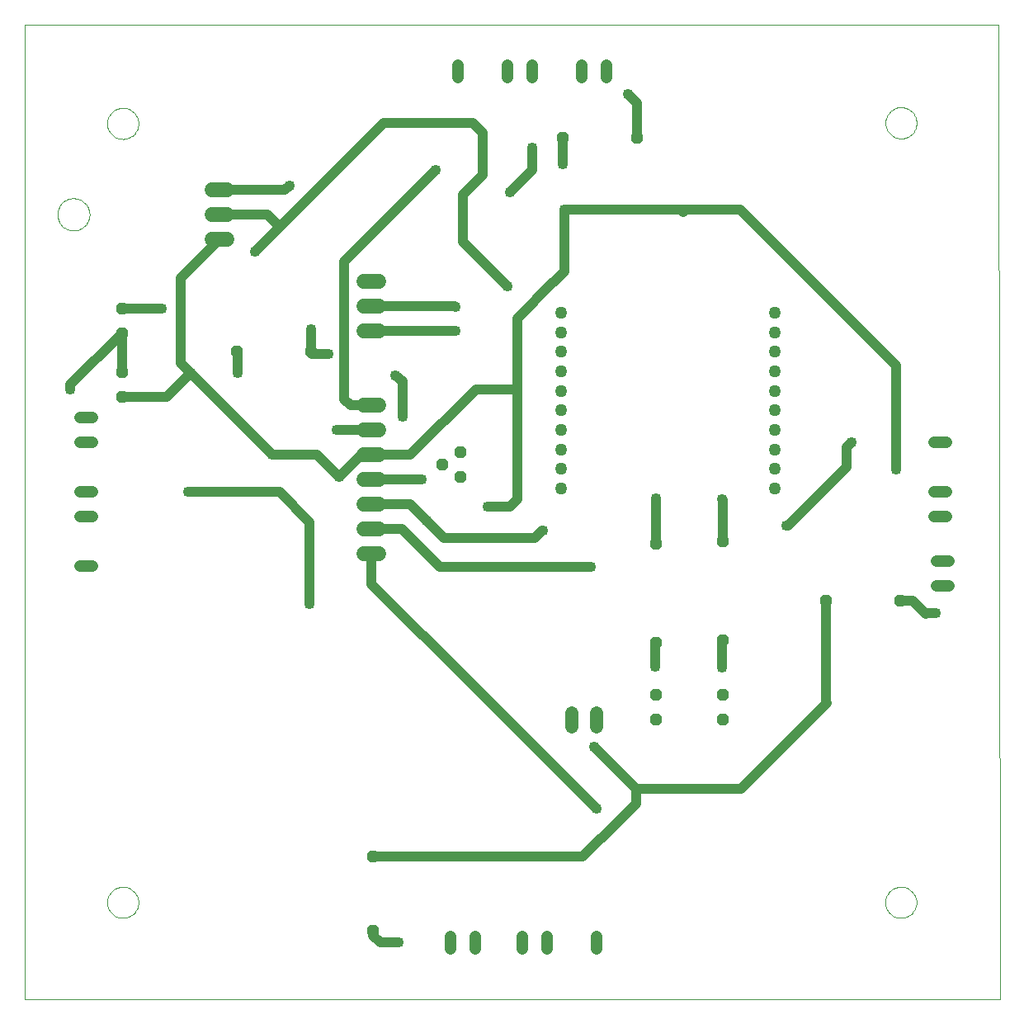
<source format=gtl>
G75*
%MOIN*%
%OFA0B0*%
%FSLAX24Y24*%
%IPPOS*%
%LPD*%
%AMOC8*
5,1,8,0,0,1.08239X$1,22.5*
%
%ADD10C,0.0000*%
%ADD11C,0.0480*%
%ADD12C,0.0540*%
%ADD13OC8,0.0480*%
%ADD14C,0.0600*%
%ADD15C,0.0500*%
%ADD16R,0.0356X0.0356*%
%ADD17C,0.0400*%
D10*
X000100Y000100D02*
X000100Y039496D01*
X039464Y039496D01*
X039503Y000100D01*
X000100Y000100D01*
X003445Y004029D02*
X003447Y004079D01*
X003453Y004129D01*
X003463Y004178D01*
X003477Y004226D01*
X003494Y004273D01*
X003515Y004318D01*
X003540Y004362D01*
X003568Y004403D01*
X003600Y004442D01*
X003634Y004479D01*
X003671Y004513D01*
X003711Y004543D01*
X003753Y004570D01*
X003797Y004594D01*
X003843Y004615D01*
X003890Y004631D01*
X003938Y004644D01*
X003988Y004653D01*
X004037Y004658D01*
X004088Y004659D01*
X004138Y004656D01*
X004187Y004649D01*
X004236Y004638D01*
X004284Y004623D01*
X004330Y004605D01*
X004375Y004583D01*
X004418Y004557D01*
X004459Y004528D01*
X004498Y004496D01*
X004534Y004461D01*
X004566Y004423D01*
X004596Y004383D01*
X004623Y004340D01*
X004646Y004296D01*
X004665Y004250D01*
X004681Y004202D01*
X004693Y004153D01*
X004701Y004104D01*
X004705Y004054D01*
X004705Y004004D01*
X004701Y003954D01*
X004693Y003905D01*
X004681Y003856D01*
X004665Y003808D01*
X004646Y003762D01*
X004623Y003718D01*
X004596Y003675D01*
X004566Y003635D01*
X004534Y003597D01*
X004498Y003562D01*
X004459Y003530D01*
X004418Y003501D01*
X004375Y003475D01*
X004330Y003453D01*
X004284Y003435D01*
X004236Y003420D01*
X004187Y003409D01*
X004138Y003402D01*
X004088Y003399D01*
X004037Y003400D01*
X003988Y003405D01*
X003938Y003414D01*
X003890Y003427D01*
X003843Y003443D01*
X003797Y003464D01*
X003753Y003488D01*
X003711Y003515D01*
X003671Y003545D01*
X003634Y003579D01*
X003600Y003616D01*
X003568Y003655D01*
X003540Y003696D01*
X003515Y003740D01*
X003494Y003785D01*
X003477Y003832D01*
X003463Y003880D01*
X003453Y003929D01*
X003447Y003979D01*
X003445Y004029D01*
X001435Y031818D02*
X001437Y031868D01*
X001443Y031918D01*
X001453Y031968D01*
X001466Y032016D01*
X001483Y032064D01*
X001504Y032110D01*
X001528Y032154D01*
X001556Y032196D01*
X001587Y032236D01*
X001621Y032273D01*
X001658Y032308D01*
X001697Y032339D01*
X001738Y032368D01*
X001782Y032393D01*
X001828Y032415D01*
X001875Y032433D01*
X001923Y032447D01*
X001972Y032458D01*
X002022Y032465D01*
X002072Y032468D01*
X002123Y032467D01*
X002173Y032462D01*
X002223Y032453D01*
X002271Y032441D01*
X002319Y032424D01*
X002365Y032404D01*
X002410Y032381D01*
X002453Y032354D01*
X002493Y032324D01*
X002531Y032291D01*
X002566Y032255D01*
X002599Y032216D01*
X002628Y032175D01*
X002654Y032132D01*
X002677Y032087D01*
X002696Y032040D01*
X002711Y031992D01*
X002723Y031943D01*
X002731Y031893D01*
X002735Y031843D01*
X002735Y031793D01*
X002731Y031743D01*
X002723Y031693D01*
X002711Y031644D01*
X002696Y031596D01*
X002677Y031549D01*
X002654Y031504D01*
X002628Y031461D01*
X002599Y031420D01*
X002566Y031381D01*
X002531Y031345D01*
X002493Y031312D01*
X002453Y031282D01*
X002410Y031255D01*
X002365Y031232D01*
X002319Y031212D01*
X002271Y031195D01*
X002223Y031183D01*
X002173Y031174D01*
X002123Y031169D01*
X002072Y031168D01*
X002022Y031171D01*
X001972Y031178D01*
X001923Y031189D01*
X001875Y031203D01*
X001828Y031221D01*
X001782Y031243D01*
X001738Y031268D01*
X001697Y031297D01*
X001658Y031328D01*
X001621Y031363D01*
X001587Y031400D01*
X001556Y031440D01*
X001528Y031482D01*
X001504Y031526D01*
X001483Y031572D01*
X001466Y031620D01*
X001453Y031668D01*
X001443Y031718D01*
X001437Y031768D01*
X001435Y031818D01*
X003446Y035494D02*
X003448Y035544D01*
X003454Y035594D01*
X003464Y035643D01*
X003478Y035691D01*
X003495Y035738D01*
X003516Y035783D01*
X003541Y035827D01*
X003569Y035868D01*
X003601Y035907D01*
X003635Y035944D01*
X003672Y035978D01*
X003712Y036008D01*
X003754Y036035D01*
X003798Y036059D01*
X003844Y036080D01*
X003891Y036096D01*
X003939Y036109D01*
X003989Y036118D01*
X004038Y036123D01*
X004089Y036124D01*
X004139Y036121D01*
X004188Y036114D01*
X004237Y036103D01*
X004285Y036088D01*
X004331Y036070D01*
X004376Y036048D01*
X004419Y036022D01*
X004460Y035993D01*
X004499Y035961D01*
X004535Y035926D01*
X004567Y035888D01*
X004597Y035848D01*
X004624Y035805D01*
X004647Y035761D01*
X004666Y035715D01*
X004682Y035667D01*
X004694Y035618D01*
X004702Y035569D01*
X004706Y035519D01*
X004706Y035469D01*
X004702Y035419D01*
X004694Y035370D01*
X004682Y035321D01*
X004666Y035273D01*
X004647Y035227D01*
X004624Y035183D01*
X004597Y035140D01*
X004567Y035100D01*
X004535Y035062D01*
X004499Y035027D01*
X004460Y034995D01*
X004419Y034966D01*
X004376Y034940D01*
X004331Y034918D01*
X004285Y034900D01*
X004237Y034885D01*
X004188Y034874D01*
X004139Y034867D01*
X004089Y034864D01*
X004038Y034865D01*
X003989Y034870D01*
X003939Y034879D01*
X003891Y034892D01*
X003844Y034908D01*
X003798Y034929D01*
X003754Y034953D01*
X003712Y034980D01*
X003672Y035010D01*
X003635Y035044D01*
X003601Y035081D01*
X003569Y035120D01*
X003541Y035161D01*
X003516Y035205D01*
X003495Y035250D01*
X003478Y035297D01*
X003464Y035345D01*
X003454Y035394D01*
X003448Y035444D01*
X003446Y035494D01*
X034883Y035517D02*
X034885Y035567D01*
X034891Y035617D01*
X034901Y035666D01*
X034915Y035714D01*
X034932Y035761D01*
X034953Y035806D01*
X034978Y035850D01*
X035006Y035891D01*
X035038Y035930D01*
X035072Y035967D01*
X035109Y036001D01*
X035149Y036031D01*
X035191Y036058D01*
X035235Y036082D01*
X035281Y036103D01*
X035328Y036119D01*
X035376Y036132D01*
X035426Y036141D01*
X035475Y036146D01*
X035526Y036147D01*
X035576Y036144D01*
X035625Y036137D01*
X035674Y036126D01*
X035722Y036111D01*
X035768Y036093D01*
X035813Y036071D01*
X035856Y036045D01*
X035897Y036016D01*
X035936Y035984D01*
X035972Y035949D01*
X036004Y035911D01*
X036034Y035871D01*
X036061Y035828D01*
X036084Y035784D01*
X036103Y035738D01*
X036119Y035690D01*
X036131Y035641D01*
X036139Y035592D01*
X036143Y035542D01*
X036143Y035492D01*
X036139Y035442D01*
X036131Y035393D01*
X036119Y035344D01*
X036103Y035296D01*
X036084Y035250D01*
X036061Y035206D01*
X036034Y035163D01*
X036004Y035123D01*
X035972Y035085D01*
X035936Y035050D01*
X035897Y035018D01*
X035856Y034989D01*
X035813Y034963D01*
X035768Y034941D01*
X035722Y034923D01*
X035674Y034908D01*
X035625Y034897D01*
X035576Y034890D01*
X035526Y034887D01*
X035475Y034888D01*
X035426Y034893D01*
X035376Y034902D01*
X035328Y034915D01*
X035281Y034931D01*
X035235Y034952D01*
X035191Y034976D01*
X035149Y035003D01*
X035109Y035033D01*
X035072Y035067D01*
X035038Y035104D01*
X035006Y035143D01*
X034978Y035184D01*
X034953Y035228D01*
X034932Y035273D01*
X034915Y035320D01*
X034901Y035368D01*
X034891Y035417D01*
X034885Y035467D01*
X034883Y035517D01*
X034876Y004029D02*
X034878Y004079D01*
X034884Y004129D01*
X034894Y004178D01*
X034908Y004226D01*
X034925Y004273D01*
X034946Y004318D01*
X034971Y004362D01*
X034999Y004403D01*
X035031Y004442D01*
X035065Y004479D01*
X035102Y004513D01*
X035142Y004543D01*
X035184Y004570D01*
X035228Y004594D01*
X035274Y004615D01*
X035321Y004631D01*
X035369Y004644D01*
X035419Y004653D01*
X035468Y004658D01*
X035519Y004659D01*
X035569Y004656D01*
X035618Y004649D01*
X035667Y004638D01*
X035715Y004623D01*
X035761Y004605D01*
X035806Y004583D01*
X035849Y004557D01*
X035890Y004528D01*
X035929Y004496D01*
X035965Y004461D01*
X035997Y004423D01*
X036027Y004383D01*
X036054Y004340D01*
X036077Y004296D01*
X036096Y004250D01*
X036112Y004202D01*
X036124Y004153D01*
X036132Y004104D01*
X036136Y004054D01*
X036136Y004004D01*
X036132Y003954D01*
X036124Y003905D01*
X036112Y003856D01*
X036096Y003808D01*
X036077Y003762D01*
X036054Y003718D01*
X036027Y003675D01*
X035997Y003635D01*
X035965Y003597D01*
X035929Y003562D01*
X035890Y003530D01*
X035849Y003501D01*
X035806Y003475D01*
X035761Y003453D01*
X035715Y003435D01*
X035667Y003420D01*
X035618Y003409D01*
X035569Y003402D01*
X035519Y003399D01*
X035468Y003400D01*
X035419Y003405D01*
X035369Y003414D01*
X035321Y003427D01*
X035274Y003443D01*
X035228Y003464D01*
X035184Y003488D01*
X035142Y003515D01*
X035102Y003545D01*
X035065Y003579D01*
X035031Y003616D01*
X034999Y003655D01*
X034971Y003696D01*
X034946Y003740D01*
X034925Y003785D01*
X034908Y003832D01*
X034894Y003880D01*
X034884Y003929D01*
X034878Y003979D01*
X034876Y004029D01*
D11*
X023200Y002640D02*
X023200Y002160D01*
X021200Y002160D02*
X021200Y002640D01*
X020200Y002640D02*
X020200Y002160D01*
X018300Y002160D02*
X018300Y002640D01*
X017300Y002640D02*
X017300Y002160D01*
X002840Y017600D02*
X002360Y017600D01*
X002360Y019600D02*
X002840Y019600D01*
X002840Y020600D02*
X002360Y020600D01*
X002360Y022600D02*
X002840Y022600D01*
X002840Y023600D02*
X002360Y023600D01*
X017600Y037360D02*
X017600Y037840D01*
X019600Y037840D02*
X019600Y037360D01*
X020600Y037360D02*
X020600Y037840D01*
X022600Y037840D02*
X022600Y037360D01*
X023600Y037360D02*
X023600Y037840D01*
X036860Y022600D02*
X037340Y022600D01*
X037340Y020600D02*
X036860Y020600D01*
X036860Y019600D02*
X037340Y019600D01*
X037440Y017800D02*
X036960Y017800D01*
X036960Y016800D02*
X037440Y016800D01*
D12*
X023200Y011670D02*
X023200Y011130D01*
X022200Y011130D02*
X022200Y011670D01*
D13*
X025600Y011400D03*
X025600Y012400D03*
X025600Y014500D03*
X028300Y014600D03*
X028300Y012400D03*
X028300Y011400D03*
X032493Y016230D03*
X035493Y016230D03*
X028300Y018600D03*
X025600Y018500D03*
X017730Y021220D03*
X016980Y021720D03*
X017730Y022220D03*
X011698Y026295D03*
X008698Y026295D03*
X004033Y027031D03*
X004033Y028031D03*
X004033Y025464D03*
X004033Y024464D03*
X021853Y034919D03*
X024853Y034919D03*
X014171Y005872D03*
X014171Y002872D03*
D14*
X014400Y018100D02*
X013800Y018100D01*
X013800Y019100D02*
X014400Y019100D01*
X014400Y020100D02*
X013800Y020100D01*
X013800Y021100D02*
X014400Y021100D01*
X014400Y022100D02*
X013800Y022100D01*
X013800Y023100D02*
X014400Y023100D01*
X014400Y024100D02*
X013800Y024100D01*
X013800Y027100D02*
X014400Y027100D01*
X014400Y028100D02*
X013800Y028100D01*
X013800Y029100D02*
X014400Y029100D01*
X008285Y030818D02*
X007685Y030818D01*
X007685Y031818D02*
X008285Y031818D01*
X008285Y032818D02*
X007685Y032818D01*
D15*
X021769Y027843D03*
X021769Y027056D03*
X021769Y026269D03*
X021769Y025481D03*
X021769Y024694D03*
X021769Y023906D03*
X021769Y023119D03*
X021769Y022331D03*
X021769Y021544D03*
X021769Y020757D03*
X030431Y020757D03*
X030431Y021544D03*
X030431Y022331D03*
X030431Y023119D03*
X030431Y023906D03*
X030431Y024694D03*
X030431Y025481D03*
X030431Y026269D03*
X030431Y027056D03*
X030431Y027843D03*
D16*
X033500Y022600D03*
X035300Y021500D03*
X030876Y019257D03*
X028281Y020317D03*
X025612Y020344D03*
X022970Y017570D03*
X021060Y019060D03*
X018800Y020000D03*
X016340Y019440D03*
X016150Y021100D03*
X015380Y023663D03*
X015080Y025330D03*
X017502Y027108D03*
X017502Y028092D03*
X019600Y028900D03*
X021900Y032000D03*
X021852Y033836D03*
X020600Y034500D03*
X019700Y032700D03*
X016700Y033600D03*
X010799Y032997D03*
X009400Y030300D03*
X011698Y027184D03*
X012389Y026180D03*
X012700Y023100D03*
X012800Y021200D03*
X010100Y022100D03*
X008700Y025400D03*
X006800Y025400D03*
X005633Y028031D03*
X001948Y024746D03*
X006700Y020600D03*
X011600Y016090D03*
X023100Y010300D03*
X023200Y007800D03*
X025596Y013553D03*
X028289Y013509D03*
X036900Y015700D03*
X024494Y036694D03*
X015218Y002399D03*
D17*
X015218Y002400D01*
X014465Y002400D01*
X014171Y002694D01*
X014171Y002872D01*
X014171Y005872D02*
X014186Y005887D01*
X022659Y005887D01*
X023372Y006600D01*
X023400Y006600D01*
X024800Y008000D01*
X024800Y008600D01*
X029033Y008600D01*
X032502Y012069D01*
X032493Y012069D01*
X032493Y016230D01*
X035493Y016230D02*
X035978Y016230D01*
X036517Y015691D01*
X036527Y015700D01*
X036900Y015700D01*
X035300Y021500D02*
X035300Y025700D01*
X029000Y032000D01*
X026600Y032000D01*
X026700Y031900D01*
X026600Y032000D02*
X021900Y032000D01*
X021899Y031999D01*
X021899Y029513D01*
X021470Y029084D01*
X021454Y029084D01*
X020000Y027630D01*
X020000Y024764D01*
X018332Y024764D01*
X015667Y022100D01*
X014100Y022100D01*
X013700Y022100D01*
X012800Y021200D01*
X011900Y022100D01*
X010100Y022100D01*
X006950Y025290D01*
X006800Y025400D01*
X005864Y024464D01*
X004033Y024464D01*
X004033Y025464D02*
X004033Y025464D01*
X004033Y027031D01*
X001948Y024946D01*
X001948Y024746D01*
X004033Y028031D02*
X004899Y028031D01*
X005633Y028031D01*
X006399Y029233D02*
X007985Y030818D01*
X007985Y031818D02*
X009911Y031818D01*
X010415Y031315D01*
X009400Y030300D01*
X010415Y031315D02*
X014600Y035500D01*
X018200Y035500D01*
X018600Y035100D01*
X018600Y033400D01*
X017800Y032600D01*
X017800Y030700D01*
X019600Y028900D01*
X017502Y028092D02*
X017494Y028100D01*
X014100Y028100D01*
X014100Y027100D02*
X017494Y027100D01*
X017502Y027108D01*
X015380Y025097D02*
X015080Y025330D01*
X015380Y025097D02*
X015380Y024983D01*
X015380Y024916D01*
X015380Y023663D01*
X014100Y024100D02*
X013265Y024100D01*
X013021Y024344D01*
X013021Y029921D01*
X016700Y033600D01*
X019700Y032700D02*
X020600Y033600D01*
X020600Y034500D01*
X021852Y034918D02*
X021852Y033836D01*
X021852Y034918D02*
X021853Y034919D01*
X024494Y036694D02*
X024857Y036300D01*
X024853Y034919D01*
X020000Y024764D02*
X020000Y024664D01*
X019900Y024764D01*
X020000Y024664D02*
X020000Y020300D01*
X019700Y020000D01*
X018800Y020000D01*
X017040Y018740D02*
X016340Y019440D01*
X015680Y020100D01*
X014100Y020100D01*
X014100Y019100D02*
X015340Y019100D01*
X016870Y017570D01*
X022970Y017570D01*
X021060Y019060D02*
X021020Y019060D01*
X020700Y018740D01*
X017040Y018740D01*
X016150Y021100D02*
X014100Y021100D01*
X014100Y023100D02*
X012700Y023100D01*
X010399Y020600D02*
X011604Y019395D01*
X011600Y019391D01*
X011600Y016090D01*
X014100Y016890D02*
X014100Y018100D01*
X014100Y016890D02*
X016190Y014800D01*
X016200Y014800D01*
X023200Y007800D01*
X024800Y008600D02*
X023100Y010300D01*
X025596Y013553D02*
X025596Y014496D01*
X025600Y014500D01*
X028289Y014589D02*
X028289Y013509D01*
X028289Y014589D02*
X028300Y014600D01*
X028300Y018600D02*
X028300Y020298D01*
X028281Y020317D01*
X030876Y019257D02*
X030957Y019257D01*
X033300Y021600D01*
X033300Y022400D01*
X033500Y022600D01*
X025612Y020344D02*
X025600Y020332D01*
X025600Y018500D01*
X012389Y026180D02*
X012371Y026198D01*
X011702Y026198D01*
X011698Y026295D02*
X011698Y027183D01*
X011698Y027184D01*
X008700Y026293D02*
X008700Y025400D01*
X008700Y026293D02*
X008698Y026295D01*
X006800Y025400D02*
X006399Y025801D01*
X006399Y029233D01*
X007985Y032818D02*
X010620Y032818D01*
X010799Y032997D01*
X010399Y020600D02*
X006700Y020600D01*
M02*

</source>
